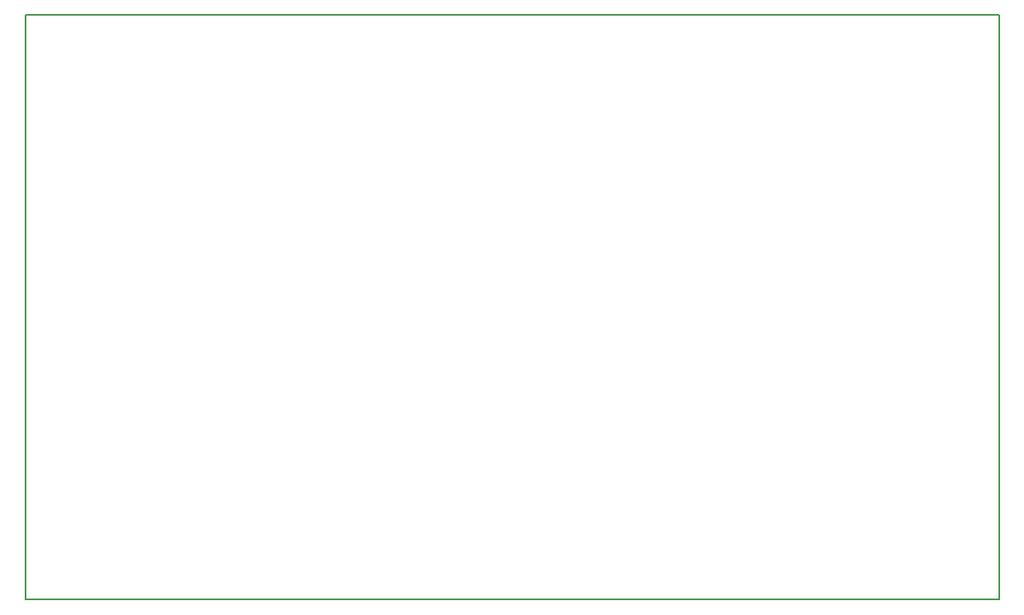
<source format=gbr>
%TF.GenerationSoftware,KiCad,Pcbnew,(6.0.11)*%
%TF.CreationDate,2024-07-28T13:45:38-05:00*%
%TF.ProjectId,iecprinter,69656370-7269-46e7-9465-722e6b696361,rev?*%
%TF.SameCoordinates,Original*%
%TF.FileFunction,Profile,NP*%
%FSLAX46Y46*%
G04 Gerber Fmt 4.6, Leading zero omitted, Abs format (unit mm)*
G04 Created by KiCad (PCBNEW (6.0.11)) date 2024-07-28 13:45:38*
%MOMM*%
%LPD*%
G01*
G04 APERTURE LIST*
%TA.AperFunction,Profile*%
%ADD10C,0.200000*%
%TD*%
G04 APERTURE END LIST*
D10*
X91000000Y-41000000D02*
X191000000Y-41000000D01*
X191000000Y-41000000D02*
X191000000Y-101000000D01*
X191000000Y-101000000D02*
X91000000Y-101000000D01*
X91000000Y-101000000D02*
X91000000Y-41000000D01*
M02*

</source>
